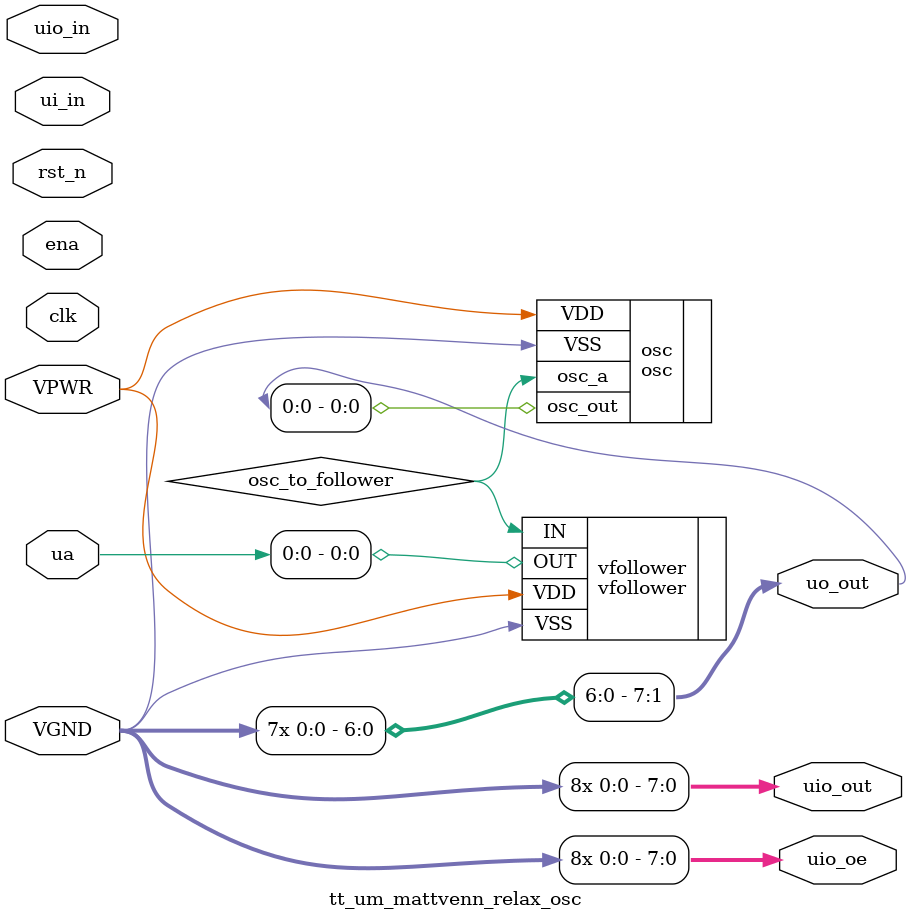
<source format=v>
`default_nettype none


module tt_um_mattvenn_relax_osc (
    input  wire       VGND,
    input  wire       VPWR,
    input  wire [7:0] ui_in,    // Dedicated inputs
    output wire [7:0] uo_out,   // Dedicated outputs
    input  wire [7:0] uio_in,   // IOs: Input path
    output wire [7:0] uio_out,  // IOs: Output path
    output wire [7:0] uio_oe,   // IOs: Enable path (active high: 0=input, 1=output)
    inout  wire [7:0] ua, // analog pins
    input  wire       ena,      // will go high when the design is enabled
    input  wire       clk,      // clock
    input  wire       rst_n     // reset_n - low to reset
);

    wire osc_to_follower;

    osc osc(
        .osc_out(uo_out[0]),
        .osc_a(osc_to_follower),
        .VDD(VPWR),
        .VSS(VGND)
        );

    vfollower vfollower(
	.IN(osc_to_follower),
	.OUT(ua[0]),
	.VDD(VPWR),
	.VSS(VGND)
	);


    // ties for the output enables
    assign uo_out[1] = VGND;
    assign uo_out[2] = VGND;
    assign uo_out[3] = VGND;
    assign uo_out[4] = VGND;
    assign uo_out[5] = VGND;
    assign uo_out[6] = VGND;
    assign uo_out[7] = VGND;

    assign uio_out[0] = VGND;
    assign uio_out[1] = VGND;
    assign uio_out[2] = VGND;
    assign uio_out[3] = VGND;
    assign uio_out[4] = VGND;
    assign uio_out[5] = VGND;
    assign uio_out[6] = VGND;
    assign uio_out[7] = VGND;

    assign uio_oe[0] = VGND;
    assign uio_oe[1] = VGND;
    assign uio_oe[2] = VGND;
    assign uio_oe[3] = VGND;
    assign uio_oe[4] = VGND;
    assign uio_oe[5] = VGND;
    assign uio_oe[6] = VGND;
    assign uio_oe[7] = VGND;

endmodule

</source>
